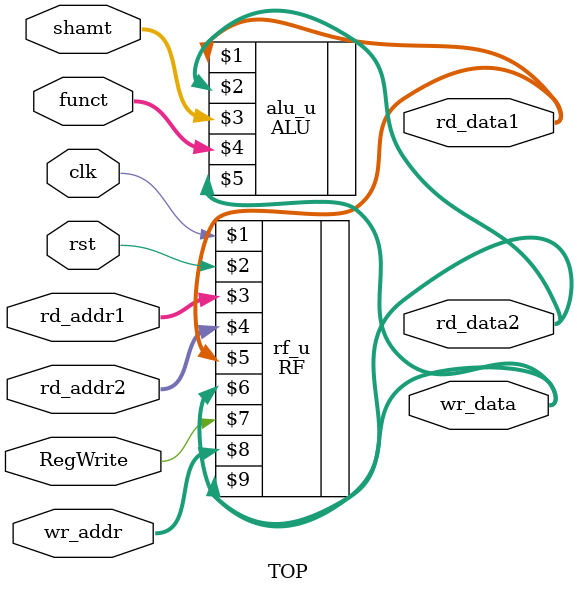
<source format=v>
`timescale 1ns / 100ps

module TOP(
    input clk,
    input rst,
    
    // Read-related ports
    input [4:0] rd_addr1,
    input [4:0] rd_addr2,
    
    // Write-related ports
    input RegWrite,
    input [4:0] wr_addr,
    
    // ALU ctrl and output
    input [4:0] shamt,
    input [3:0] funct,
    output [31:0] rd_data1,
    output [31:0] rd_data2,
    output [31:0] wr_data
    );
    
	// FIXME
	// Instantiate modules and connect them!
	
	RF rf_u(clk, rst, rd_addr1, rd_addr2, rd_data1, rd_data2, RegWrite, wr_addr, wr_data);
    ALU alu_u(rd_data1, rd_data2, shamt, funct, wr_data);
    
endmodule
</source>
